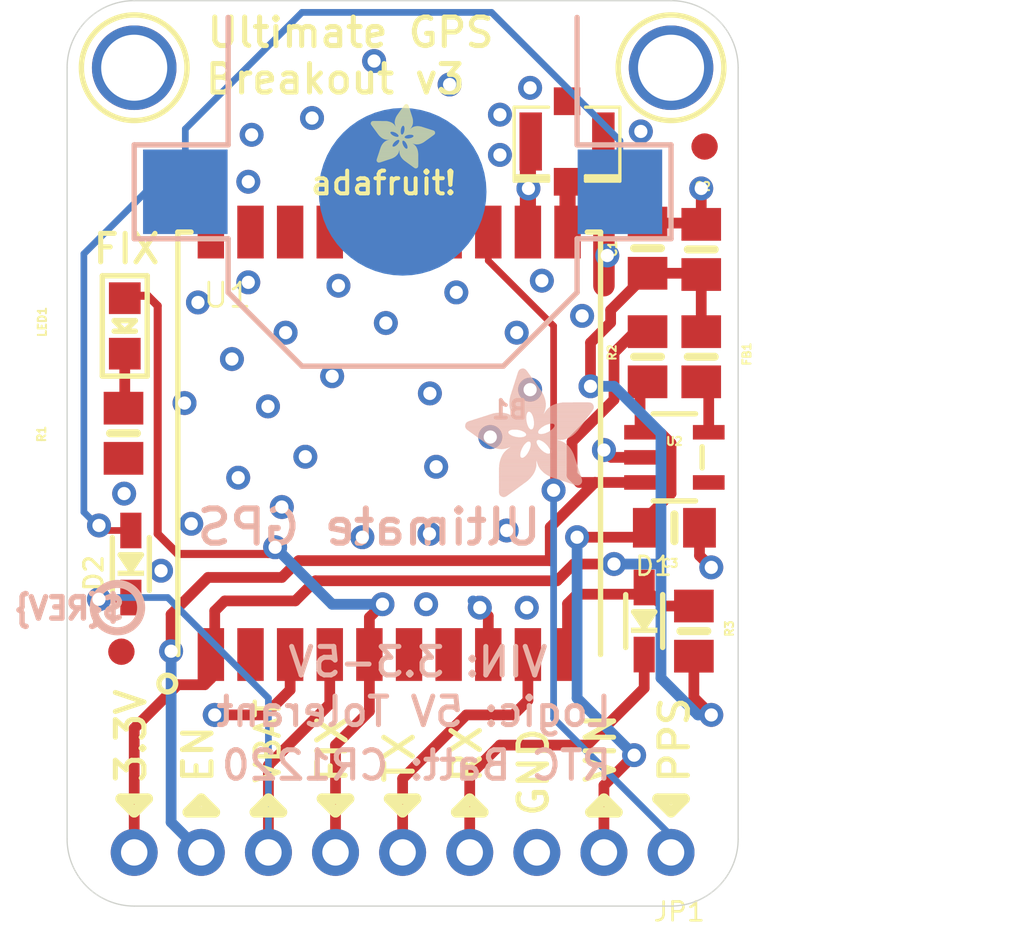
<source format=kicad_pcb>
(kicad_pcb (version 20221018) (generator pcbnew)
  (layers (0 "F.Cu" signal) (31 "B.Cu" signal) (34 "B.Paste" user) (35 "F.Paste" user) (36 "B.SilkS" user "B.Silkscreen") (37 "F.SilkS" user "F.Silkscreen") (38 "B.Mask" user) (39 "F.Mask" user) (44 "Edge.Cuts" user))
  (net 0 "")
  (net 1 "FIX")
  (net 2 "N$2")
  (net 3 "GND")
  (net 4 "3.3V")
  (net 5 "ENABLE")
  (net 6 "VIN")
  (net 7 "N$3")
  (net 8 "VBACKUP")
  (net 9 "TX")
  (net 10 "RX_3V")
  (net 11 "RX")
  (net 12 "N$4")
  (net 13 "1PPS")
  (net 14 "N$1")
  (footprint "CHIPLED_0805" (layer "F.Cu") (at 137.9841 100.1776 180)
    (fp_text reference "LED1" (at 3.302 0.762 90) (layer "F.SilkS") (effects (font (size 0.306426 0.306426) (thickness 0.099974)) (justify right top)))
    (fp_text value "RED")
    (pad "A" smd rect (at 0 1.05 180) (size 1.2 1.2) (layers "F.Cu" "F.Paste" "F.Mask") (net 1 "FIX"))
    (pad "C" smd rect (at 0 -1.05 180) (size 1.2 1.2) (layers "F.Cu" "F.Paste" "F.Mask") (net 2 "N$2"))
  )
  (footprint "U.FL" (layer "F.Cu") (at 154.7241 93.1926 -90)
    (fp_text reference "U$20" hide)
    (fp_text value "U.FL" hide)
    (pad "P$1" smd rect (at 0 -1.375 270) (size 2.2 0.85) (layers "F.Cu" "F.Paste" "F.Mask") (net 3 "GND"))
    (pad "P$2" smd rect (at 0 1.375 270) (size 2.2 0.85) (layers "F.Cu" "F.Paste" "F.Mask") (net 3 "GND"))
    (pad "P$3" smd rect (at 1.525 0 270) (size 1.05 1) (layers "F.Cu" "F.Paste" "F.Mask") (net 12 "N$4"))
    (pad "P$4" smd rect (at -1.525 0 270) (size 1.05 1) (layers "F.Cu" "F.Paste" "F.Mask"))
  )
  (footprint "FIDUCIAL_1MM" (layer "F.Cu") (at 137.8561 112.5151)
    (fp_text reference "FID2" hide)
    (fp_text value "FIDUCIAL\"\"" hide)
    (pad "1" smd roundrect (at 0 0) (size 1 1) (layers "F.Cu" "F.Mask") (roundrect_rratio 0.5))
  )
  (footprint "0805-NO" (layer "F.Cu") (at 159.8041 101.3446 90)
    (fp_text reference "FB1" (at -0.381 1.905 90) (layer "F.SilkS") (effects (font (size 0.306426 0.306426) (thickness 0.099974)) (justify left bottom)))
    (fp_text value "Ferrite")
    (pad "1" smd rect (at -0.95 0 90) (size 1.24 1.5) (layers "F.Cu" "F.Paste" "F.Mask") (net 7 "N$3"))
    (pad "2" smd rect (at 0.95 0 90) (size 1.24 1.5) (layers "F.Cu" "F.Paste" "F.Mask") (net 4 "3.3V"))
  )
  (footprint "SOD-323" (layer "F.Cu") (at 138.2141 109.1946 90)
    (fp_text reference "D2" (at -1.1 -1 90) (layer "F.SilkS") (effects (font (size 0.692831 0.692831) (thickness 0.119969)) (justify left bottom)))
    (fp_text value "CUS520")
    (pad "A" smd rect (at 1.27 0 90) (size 1.35 0.8) (layers "F.Cu" "F.Paste" "F.Mask") (net 14 "N$1"))
    (pad "C" smd rect (at -1.27 0 90) (size 1.35 0.8) (layers "F.Cu" "F.Paste" "F.Mask") (net 8 "VBACKUP"))
  )
  (footprint "ADAFRUIT_2.5MM" (layer "F.Cu") (at 147.2946 94.2086)
    (fp_text reference "U$15" hide)
    (fp_text value "" hide)
  )
  (footprint "0805-NO" (layer "F.Cu") (at 157.7721 101.3446 -90)
    (fp_text reference "R2" (at -0.508 1.524 90) (layer "F.SilkS") (effects (font (size 0.306426 0.306426) (thickness 0.099974)) (justify right top)))
    (fp_text value "10K")
    (pad "1" smd rect (at -0.95 0 270) (size 1.24 1.5) (layers "F.Cu" "F.Paste" "F.Mask") (net 5 "ENABLE"))
    (pad "2" smd rect (at 0.95 0 270) (size 1.24 1.5) (layers "F.Cu" "F.Paste" "F.Mask") (net 6 "VIN"))
  )
  (footprint "SOT23-5" (layer "F.Cu") (at 158.7881 105.1546 -90)
    (fp_text reference "U2" (at -0.786 -0.357) (layer "F.SilkS") (effects (font (size 0.306426 0.306426) (thickness 0.099974)) (justify right top)))
    (fp_text value "MIC5225-3.3")
    (pad "1" smd rect (at -0.95 1.3001 270) (size 0.55 1.2) (layers "F.Cu" "F.Paste" "F.Mask") (net 6 "VIN"))
    (pad "2" smd rect (at 0 1.3001 270) (size 0.55 1.2) (layers "F.Cu" "F.Paste" "F.Mask") (net 3 "GND"))
    (pad "3" smd rect (at 0.95 1.3001 270) (size 0.55 1.2) (layers "F.Cu" "F.Paste" "F.Mask") (net 5 "ENABLE"))
    (pad "4" smd rect (at 0.95 -1.3001 270) (size 0.55 1.2) (layers "F.Cu" "F.Paste" "F.Mask"))
    (pad "5" smd rect (at -0.95 -1.3001 270) (size 0.55 1.2) (layers "F.Cu" "F.Paste" "F.Mask") (net 7 "N$3"))
  )
  (footprint "0805-NO" (layer "F.Cu") (at 158.7881 107.8216)
    (fp_text reference "C3" (at -0.508 1.524) (layer "F.SilkS") (effects (font (size 0.306426 0.306426) (thickness 0.099974)) (justify left bottom)))
    (fp_text value "10uF")
    (pad "1" smd rect (at -0.95 0) (size 1.24 1.5) (layers "F.Cu" "F.Paste" "F.Mask") (net 6 "VIN"))
    (pad "2" smd rect (at 0.95 0) (size 1.24 1.5) (layers "F.Cu" "F.Paste" "F.Mask") (net 3 "GND"))
  )
  (footprint "FIDUCIAL_1MM" (layer "F.Cu") (at 159.9311 93.3831)
    (fp_text reference "FID1" hide)
    (fp_text value "FIDUCIAL\"\"" hide)
    (pad "1" smd roundrect (at 0 0) (size 1 1) (layers "F.Cu" "F.Mask") (roundrect_rratio 0.5))
  )
  (footprint "1X09_ROUND_70" (layer "F.Cu") (at 148.5011 120.1166 180)
    (fp_text reference "JP1" (at -11.5062 -1.8288) (layer "F.SilkS") (effects (font (size 0.712826 0.712826) (thickness 0.099974)) (justify right top)))
    (fp_text value "")
    (pad "1" thru_hole circle (at -10.16 0 270) (size 1.778 1.778) (drill 1) (layers "*.Cu" "*.Mask") (net 13 "1PPS"))
    (pad "2" thru_hole circle (at -7.62 0 270) (size 1.778 1.778) (drill 1) (layers "*.Cu" "*.Mask") (net 6 "VIN"))
    (pad "3" thru_hole circle (at -5.08 0 270) (size 1.778 1.778) (drill 1) (layers "*.Cu" "*.Mask") (net 3 "GND"))
    (pad "4" thru_hole circle (at -2.54 0 270) (size 1.778 1.778) (drill 1) (layers "*.Cu" "*.Mask") (net 11 "RX"))
    (pad "5" thru_hole circle (at 0 0 270) (size 1.778 1.778) (drill 1) (layers "*.Cu" "*.Mask") (net 9 "TX"))
    (pad "6" thru_hole circle (at 2.54 0 270) (size 1.778 1.778) (drill 1) (layers "*.Cu" "*.Mask") (net 1 "FIX"))
    (pad "7" thru_hole circle (at 5.08 0 270) (size 1.778 1.778) (drill 1) (layers "*.Cu" "*.Mask") (net 8 "VBACKUP"))
    (pad "8" thru_hole circle (at 7.62 0 270) (size 1.778 1.778) (drill 1) (layers "*.Cu" "*.Mask") (net 5 "ENABLE"))
    (pad "9" thru_hole circle (at 10.16 0 270) (size 1.778 1.778) (drill 1) (layers "*.Cu" "*.Mask") (net 4 "3.3V"))
  )
  (footprint "SOD-323" (layer "F.Cu") (at 157.6451 111.3536 90)
    (fp_text reference "D1" (at 1.662 -0.403) (layer "F.SilkS") (effects (font (size 0.712826 0.712826) (thickness 0.099974)) (justify left bottom)))
    (fp_text value "1N4148")
    (pad "A" smd rect (at 1.27 0 90) (size 1.35 0.8) (layers "F.Cu" "F.Paste" "F.Mask") (net 10 "RX_3V"))
    (pad "C" smd rect (at -1.27 0 90) (size 1.35 0.8) (layers "F.Cu" "F.Paste" "F.Mask") (net 11 "RX"))
  )
  (footprint "0805-NO" (layer "F.Cu") (at 159.5261 111.7346 90)
    (fp_text reference "R3" (at -0.254 1.524 90) (layer "F.SilkS") (effects (font (size 0.306426 0.306426) (thickness 0.099974)) (justify left bottom)))
    (fp_text value "10K")
    (pad "1" smd rect (at -0.95 0 90) (size 1.24 1.5) (layers "F.Cu" "F.Paste" "F.Mask") (net 4 "3.3V"))
    (pad "2" smd rect (at 0.95 0 90) (size 1.24 1.5) (layers "F.Cu" "F.Paste" "F.Mask") (net 10 "RX_3V"))
  )
  (footprint "FGPMMOPA6H" (layer "F.Cu") (at 147.9931 104.6226 90)
    (fp_text reference "U1" (at 5.071 -7.111) (layer "F.SilkS") (effects (font (size 0.916026 0.916026) (thickness 0.099974)) (justify left bottom)))
    (fp_text value "FGPMMOPA6H")
    (pad "" np_thru_hole circle (at 0.2 -0.8 90) (size 3 3) (drill 3) (layers "*.Cu" "*.Mask"))
    (pad "P$1" smd rect (at -8 -6.75 90) (size 2 1) (layers "F.Cu" "F.Paste" "F.Mask") (net 4 "3.3V"))
    (pad "P$2" smd rect (at -8 -5.25 90) (size 2 1) (layers "F.Cu" "F.Paste" "F.Mask"))
    (pad "P$3" smd rect (at -8 -3.75 90) (size 2 1) (layers "F.Cu" "F.Paste" "F.Mask") (net 3 "GND"))
    (pad "P$4" smd rect (at -8 -2.25 90) (size 2 1) (layers "F.Cu" "F.Paste" "F.Mask") (net 8 "VBACKUP"))
    (pad "P$5" smd rect (at -8 -0.75 90) (size 2 1) (layers "F.Cu" "F.Paste" "F.Mask") (net 1 "FIX"))
    (pad "P$6" smd rect (at -8 0.75 90) (size 2 1) (layers "F.Cu" "F.Paste" "F.Mask"))
    (pad "P$7" smd rect (at -8 2.25 90) (size 2 1) (layers "F.Cu" "F.Paste" "F.Mask"))
    (pad "P$8" smd rect (at -8 3.75 90) (size 2 1) (layers "F.Cu" "F.Paste" "F.Mask") (net 3 "GND"))
    (pad "P$9" smd rect (at -8 5.25 90) (size 2 1) (layers "F.Cu" "F.Paste" "F.Mask") (net 9 "TX"))
    (pad "P$10" smd rect (at -8 6.75 90) (size 2 1) (layers "F.Cu" "F.Paste" "F.Mask") (net 10 "RX_3V"))
    (pad "P$11" smd rect (at 8 6.75 270) (size 2 1) (layers "F.Cu" "F.Paste" "F.Mask") (net 12 "N$4"))
    (pad "P$12" smd rect (at 8 5.25 270) (size 2 1) (layers "F.Cu" "F.Paste" "F.Mask") (net 3 "GND"))
    (pad "P$13" smd rect (at 8 3.75 270) (size 2 1) (layers "F.Cu" "F.Paste" "F.Mask") (net 13 "1PPS"))
    (pad "P$14" smd rect (at 8 2.25 270) (size 2 1) (layers "F.Cu" "F.Paste" "F.Mask"))
    (pad "P$15" smd rect (at 8 0.75 270) (size 2 1) (layers "F.Cu" "F.Paste" "F.Mask"))
    (pad "P$16" smd rect (at 8 -0.75 270) (size 2 1) (layers "F.Cu" "F.Paste" "F.Mask"))
    (pad "P$17" smd rect (at 8 -2.25 270) (size 2 1) (layers "F.Cu" "F.Paste" "F.Mask"))
    (pad "P$18" smd rect (at 8 -3.75 270) (size 2 1) (layers "F.Cu" "F.Paste" "F.Mask"))
    (pad "P$19" smd rect (at 8 -5.25 270) (size 2 1) (layers "F.Cu" "F.Paste" "F.Mask") (net 3 "GND"))
    (pad "P$20" smd rect (at 8 -6.75 270) (size 2 1) (layers "F.Cu" "F.Paste" "F.Mask"))
  )
  (footprint "MOUNTINGHOLE_2.5_PLATED" (layer "F.Cu") (at 158.6611 90.3986)
    (fp_text reference "U$9" hide)
    (fp_text value "MOUNTINGHOLE2.5" hide)
    (pad "P$1" thru_hole circle (at 0 0) (size 3.2 3.2) (drill 2.5) (layers "*.Cu" "*.Mask"))
  )
  (footprint "0805-NO" (layer "F.Cu") (at 137.9361 104.2416 90)
    (fp_text reference "R1" (at -0.381 -2.921 90) (layer "F.SilkS") (effects (font (size 0.306426 0.306426) (thickness 0.099974)) (justify left bottom)))
    (fp_text value "1K")
    (pad "1" smd rect (at -0.95 0 90) (size 1.24 1.5) (layers "F.Cu" "F.Paste" "F.Mask") (net 3 "GND"))
    (pad "2" smd rect (at 0.95 0 90) (size 1.24 1.5) (layers "F.Cu" "F.Paste" "F.Mask") (net 2 "N$2"))
  )
  (footprint "0805-NO" (layer "F.Cu") (at 159.8041 97.2806 90)
    (fp_text reference "C2" (at 2.564 0.405) (layer "F.SilkS") (effects (font (size 0.306426 0.306426) (thickness 0.099974)) (justify right top)))
    (fp_text value "10uF")
    (pad "1" smd rect (at -0.95 0 90) (size 1.24 1.5) (layers "F.Cu" "F.Paste" "F.Mask") (net 4 "3.3V"))
    (pad "2" smd rect (at 0.95 0 90) (size 1.24 1.5) (layers "F.Cu" "F.Paste" "F.Mask") (net 3 "GND"))
  )
  (footprint "0805-NO" (layer "F.Cu") (at 157.7721 97.2326 90)
    (fp_text reference "C1" (at -0.381 -1.143 90) (layer "F.SilkS") (effects (font (size 0.306426 0.306426) (thickness 0.099974)) (justify left bottom)))
    (fp_text value "0.1uF")
    (pad "1" smd rect (at -0.95 0 90) (size 1.24 1.5) (layers "F.Cu" "F.Paste" "F.Mask") (net 4 "3.3V"))
    (pad "2" smd rect (at 0.95 0 90) (size 1.24 1.5) (layers "F.Cu" "F.Paste" "F.Mask") (net 3 "GND"))
  )
  (footprint "MOUNTINGHOLE_2.5_PLATED" (layer "F.Cu") (at 138.3411 90.3986)
    (fp_text reference "U$8" hide)
    (fp_text value "MOUNTINGHOLE2.5" hide)
    (pad "P$1" thru_hole circle (at 0 0) (size 3.2 3.2) (drill 2.5) (layers "*.Cu" "*.Mask"))
  )
  (footprint "CR1220" (layer "B.Cu") (at 148.5011 95.0976 180)
    (fp_text reference "B1" (at -3.302 -7.86) (layer "B.SilkS") (effects (font (size 0.666496 0.666496) (thickness 0.146304)) (justify right top mirror)))
    (fp_text value "CR1220")
    (pad "+$1" smd rect (at -8.2254 0 180) (size 3.2 3.2) (layers "B.Cu" "B.Paste" "B.Mask") (net 14 "N$1"))
    (pad "+$2" smd rect (at 8.2254 0 180) (size 3.2 3.2) (layers "B.Cu" "B.Paste" "B.Mask") (net 14 "N$1"))
    (pad "-" smd roundrect (at 0 0 180) (size 6.35 6.35) (layers "B.Cu" "B.Mask") (roundrect_rratio 0.5) (net 3 "GND"))
  )
  (footprint "ADAFRUIT_5MM" (layer "B.Cu") (at 155.7401 106.6546 180)
    (fp_text reference "U$18" hide)
    (fp_text value "" hide)
  )
  (footprint "PCBFEAT-REV-040" (layer "B.Cu") (at 137.7061 110.8456 180)
    (fp_text reference "U$16" hide)
    (fp_text value "" hide)
    (fp_text user "${REV}" (at -0.3556 -0.508) (layer "B.SilkS") (effects (font (size 0.8128 0.8128) (thickness 0.2032)) (justify left bottom mirror)))
  )
  (gr_line (start 149.0091 118.0846) (end 147.9931 118.0846) (stroke (width 0.4064)) (layer "F.SilkS"))
  (gr_line (start 138.8491 118.0846) (end 137.8331 118.0846) (stroke (width 0.4064)) (layer "F.SilkS"))
  (gr_line (start 146.4691 118.0846) (end 145.4531 118.0846) (stroke (width 0.4064)) (layer "F.SilkS"))
  (gr_line (start 155.6131 118.5926) (end 156.6291 118.5926) (stroke (width 0.4064)) (layer "F.SilkS"))
  (gr_line (start 156.6291 118.5926) (end 156.1211 118.0846) (stroke (width 0.4064)) (layer "F.SilkS"))
  (gr_line (start 140.3731 118.5926) (end 141.3891 118.5926) (stroke (width 0.4064)) (layer "F.SilkS"))
  (gr_line (start 150.5331 118.5926) (end 151.5491 118.5926) (stroke (width 0.4064)) (layer "F.SilkS"))
  (gr_line (start 143.9291 118.5926) (end 143.4211 118.0846) (stroke (width 0.4064)) (layer "F.SilkS"))
  (gr_line (start 140.8811 118.0846) (end 140.3731 118.5926) (stroke (width 0.4064)) (layer "F.SilkS"))
  (gr_line (start 142.9131 118.5926) (end 143.9291 118.5926) (stroke (width 0.4064)) (layer "F.SilkS"))
  (gr_line (start 158.6611 118.5926) (end 159.1691 118.0846) (stroke (width 0.4064)) (layer "F.SilkS"))
  (gr_line (start 159.1691 118.0846) (end 158.1531 118.0846) (stroke (width 0.4064)) (layer "F.SilkS"))
  (gr_line (start 158.1531 118.0846) (end 158.6611 118.5926) (stroke (width 0.4064)) (layer "F.SilkS"))
  (gr_line (start 145.9611 118.5926) (end 146.4691 118.0846) (stroke (width 0.4064)) (layer "F.SilkS"))
  (gr_line (start 145.4531 118.0846) (end 145.9611 118.5926) (stroke (width 0.4064)) (layer "F.SilkS"))
  (gr_line (start 148.5011 118.5926) (end 149.0091 118.0846) (stroke (width 0.4064)) (layer "F.SilkS"))
  (gr_line (start 151.0411 118.0846) (end 150.5331 118.5926) (stroke (width 0.4064)) (layer "F.SilkS"))
  (gr_line (start 137.8331 118.0846) (end 138.3411 118.5926) (stroke (width 0.4064)) (layer "F.SilkS"))
  (gr_line (start 143.4211 118.0846) (end 142.9131 118.5926) (stroke (width 0.4064)) (layer "F.SilkS"))
  (gr_line (start 151.5491 118.5926) (end 151.0411 118.0846) (stroke (width 0.4064)) (layer "F.SilkS"))
  (gr_line (start 156.1211 118.0846) (end 155.6131 118.5926) (stroke (width 0.4064)) (layer "F.SilkS"))
  (gr_line (start 147.9931 118.0846) (end 148.5011 118.5926) (stroke (width 0.4064)) (layer "F.SilkS"))
  (gr_line (start 138.3411 118.5926) (end 138.8491 118.0846) (stroke (width 0.4064)) (layer "F.SilkS"))
  (gr_line (start 141.3891 118.5926) (end 140.8811 118.0846) (stroke (width 0.4064)) (layer "F.SilkS"))
  (gr_line (start 161.2011 90.3986) (end 161.2011 119.6086) (stroke (width 0.05)) (layer "Edge.Cuts"))
  (gr_arc (start 158.6611 87.8586) (mid 160.457151 88.602549) (end 161.2011 90.3986) (stroke (width 0.05)) (layer "Edge.Cuts"))
  (gr_arc (start 138.3411 122.1486) (mid 136.545049 121.404651) (end 135.8011 119.6086) (stroke (width 0.05)) (layer "Edge.Cuts"))
  (gr_arc (start 135.8011 90.3986) (mid 136.545049 88.602549) (end 138.3411 87.8586) (stroke (width 0.05)) (layer "Edge.Cuts"))
  (gr_line (start 138.3411 87.8586) (end 158.6611 87.8586) (stroke (width 0.05)) (layer "Edge.Cuts"))
  (gr_line (start 158.6611 122.1486) (end 138.3411 122.1486) (stroke (width 0.05)) (layer "Edge.Cuts"))
  (gr_line (start 135.8011 119.6086) (end 135.8011 90.3986) (stroke (width 0.05)) (layer "Edge.Cuts"))
  (gr_arc (start 161.2011 119.6086) (mid 160.457151 121.404651) (end 158.6611 122.1486) (stroke (width 0.05)) (layer "Edge.Cuts"))
  (gr_text "Logic: 5V Tolerant" (at 156.5021 115.4176) (layer "B.SilkS") (effects (font (size 1.0795 1.0795) (thickness 0.1905)) (justify left bottom mirror)))
  (gr_text "VIN: 3.3-5V" (at 154.0891 113.5366) (layer "B.SilkS") (effects (font (size 1.0795 1.0795) (thickness 0.1905)) (justify left bottom mirror)))
  (gr_text "RTC Batt: CR1220" (at 156.5021 117.4496) (layer "B.SilkS") (effects (font (size 1.0795 1.0795) (thickness 0.1905)) (justify left bottom mirror)))
  (gr_text "Ultimate GPS" (at 147.2311 107.7976) (layer "B.SilkS") (effects (font (size 1.2954 1.2954) (thickness 0.2286)) (justify mirror)))
  (gr_text "VBAT" (at 143.9291 117.5766 90) (layer "F.SilkS") (effects (font (size 0.90678 0.90678) (thickness 0.16002)) (justify left bottom)))
  (gr_text "Breakout v3" (at 140.9446 91.4621) (layer "F.SilkS") (effects (font (size 1.0795 1.0795) (thickness 0.1905)) (justify left bottom)))
  (gr_text "VIN" (at 156.6291 117.5766 90) (layer "F.SilkS") (effects (font (size 1.0795 1.0795) (thickness 0.1905)) (justify left bottom)))
  (gr_text "adafruit!" (at 144.9451 95.2721) (layer "F.SilkS") (effects (font (size 0.8636 0.8636) (thickness 0.1524)) (justify left bottom)))
  (gr_text "3.3V" (at 138.8491 117.5766 90) (layer "F.SilkS") (effects (font (size 1.0795 1.0795) (thickness 0.1905)) (justify left bottom)))
  (gr_text "GND" (at 154.0891 118.8466 90) (layer "F.SilkS") (effects (font (size 1.0795 1.0795) (thickness 0.1905)) (justify left bottom)))
  (gr_text "PPS" (at 159.4231 117.5766 90) (layer "F.SilkS") (effects (font (size 1.0795 1.0795) (thickness 0.1905)) (justify left bottom)))
  (gr_text "EN" (at 141.3891 117.5766 90) (layer "F.SilkS") (effects (font (size 1.0795 1.0795) (thickness 0.1905)) (justify left bottom)))
  (gr_text "Ultimate GPS" (at 141.0081 89.7001) (layer "F.SilkS") (effects (font (size 1.0795 1.0795) (thickness 0.1905)) (justify left bottom)))
  (gr_text "FIX" (at 136.6901 97.8916) (layer "F.SilkS") (effects (font (size 1.0795 1.0795) (thickness 0.1905)) (justify left bottom)))
  (gr_text "RX" (at 151.5491 117.5766 90) (layer "F.SilkS") (effects (font (size 1.0795 1.0795) (thickness 0.1905)) (justify left bottom)))
  (gr_text "TX" (at 149.0091 117.5766 90) (layer "F.SilkS") (effects (font (size 1.0795 1.0795) (thickness 0.1905)) (justify left bottom)))
  (gr_text "FIX" (at 146.4691 117.5766 90) (layer "F.SilkS") (effects (font (size 1.0795 1.0795) (thickness 0.1905)) (justify left bottom)))
  (segment (start 147.2431 114.7706) (end 147.2431 112.6226) (width 0.4064) (layer "F.Cu") (net 1))
  (segment (start 147.2431 112.6226) (end 147.2431 111.2146) (width 0.4064) (layer "F.Cu") (net 1))
  (segment (start 145.9611 120.1166) (end 145.9611 116.0526) (width 0.4064) (layer "F.Cu") (net 1))
  (segment (start 138.0771 99.0346) (end 138.8491 99.0346) (width 0.3048) (layer "F.Cu") (net 1))
  (segment (start 139.9921 108.8136) (end 143.4211 108.8136) (width 0.3048) (layer "F.Cu") (net 1))
  (segment (start 139.2301 108.0516) (end 139.9921 108.8136) (width 0.3048) (layer "F.Cu") (net 1))
  (segment (start 145.9611 116.0526) (end 147.2431 114.7706) (width 0.4064) (layer "F.Cu") (net 1))
  (segment (start 143.4211 108.8136) (end 143.6751 108.5596) (width 0.3048) (layer "F.Cu") (net 1))
  (segment (start 138.8491 99.0346) (end 139.2301 99.4156) (width 0.3048) (layer "F.Cu") (net 1))
  (segment (start 138.0771 99.0346) (end 137.9841 99.1276) (width 0.4064) (layer "F.Cu") (net 1))
  (segment (start 147.2431 111.2146) (end 147.7391 110.7186) (width 0.4064) (layer "F.Cu") (net 1))
  (segment (start 139.2301 99.4156) (end 139.2301 108.0516) (width 0.3048) (layer "F.Cu") (net 1))
  (via (at 143.6751 108.5596) (size 0.9064) (drill 0.5) (layers "F.Cu" "B.Cu") (net 1))
  (via (at 147.7391 110.7186) (size 0.9064) (drill 0.5) (layers "F.Cu" "B.Cu") (net 1))
  (segment (start 145.8341 110.7186) (end 147.7391 110.7186) (width 0.4064) (layer "B.Cu") (net 1))
  (segment (start 143.6751 108.5596) (end 145.8341 110.7186) (width 0.4064) (layer "B.Cu") (net 1))
  (segment (start 137.9361 103.2916) (end 137.9841 103.2436) (width 0.4064) (layer "F.Cu") (net 2))
  (segment (start 137.9841 103.2436) (end 137.9841 101.2276) (width 0.4064) (layer "F.Cu") (net 2))
  (segment (start 141.3891 114.9096) (end 143.2941 114.9096) (width 0.4064) (layer "F.Cu") (net 3))
  (segment (start 157.7721 96.2826) (end 159.7561 96.2826) (width 0.4064) (layer "F.Cu") (net 3))
  (segment (start 156.0991 93.1926) (end 156.0991 96.2826) (width 0.8128) (layer "F.Cu") (net 3))
  (segment (start 153.3491 93.1926) (end 153.3271 93.1926) (width 0.4064) (layer "F.Cu") (net 3))
  (segment (start 156.0991 96.2826) (end 156.1211 96.2826) (width 0.8128) (layer "F.Cu") (net 3))
  (segment (start 156.1211 98.6536) (end 156.1211 96.2826) (width 0.8128) (layer "F.Cu") (net 3))
  (segment (start 143.2941 114.9096) (end 144.2431 113.9606) (width 0.4064) (layer "F.Cu") (net 3))
  (segment (start 153.2431 93.2766) (end 153.3271 93.1926) (width 0.6096) (layer "F.Cu") (net 3))
  (segment (start 160.1851 109.3216) (end 159.7381 108.8746) (width 0.4064) (layer "F.Cu") (net 3))
  (segment (start 156.1211 104.8766) (end 156.3991 105.1546) (width 0.4064) (layer "F.Cu") (net 3))
  (segment (start 151.7431 111.1666) (end 151.4221 110.8456) (width 0.4064) (layer "F.Cu") (net 3))
  (segment (start 153.2431 96.6226) (end 153.2431 93.2766) (width 0.6096) (layer "F.Cu") (net 3))
  (segment (start 156.3991 105.1546) (end 157.488 105.1546) (width 0.4064) (layer "F.Cu") (net 3))
  (segment (start 153.3271 93.5956) (end 153.3271 93.6786) (width 0.4064) (layer "F.Cu") (net 3))
  (segment (start 159.7381 108.8746) (end 159.7381 107.8216) (width 0.4064) (layer "F.Cu") (net 3))
  (segment (start 151.7431 112.6226) (end 151.7431 111.1666) (width 0.4064) (layer "F.Cu") (net 3))
  (segment (start 144.2431 113.9606) (end 144.2431 112.6226) (width 0.4064) (layer "F.Cu") (net 3))
  (segment (start 159.7561 96.2826) (end 159.8041 96.3306) (width 0.4064) (layer "F.Cu") (net 3))
  (segment (start 159.8041 96.3306) (end 159.8041 94.9706) (width 0.4064) (layer "F.Cu") (net 3))
  (segment (start 156.1211 96.2826) (end 157.7721 96.2826) (width 0.8128) (layer "F.Cu") (net 3))
  (segment (start 153.3271 93.1926) (end 153.3271 93.5956) (width 0.6096) (layer "F.Cu") (net 3))
  (via (at 153.3271 102.5906) (size 0.9064) (drill 0.5) (layers "F.Cu" "B.Cu") (net 3))
  (via (at 137.9601 106.5276) (size 0.9064) (drill 0.5) (layers "F.Cu" "B.Cu") (net 3))
  (via (at 140.5001 107.6706) (size 0.9064) (drill 0.5) (layers "F.Cu" "B.Cu") (net 3))
  (via (at 156.1211 104.8766) (size 0.9064) (drill 0.5) (layers "F.Cu" "B.Cu") (net 3))
  (via (at 140.2461 103.0986) (size 0.9064) (drill 0.5) (layers "F.Cu" "B.Cu") (net 3))
  (via (at 152.1841 93.7006) (size 0.9064) (drill 0.5) (layers "F.Cu" "B.Cu") (net 3))
  (via (at 156.2481 97.5106) (size 0.9064) (drill 0.5) (layers "F.Cu" "B.Cu") (net 3))
  (via (at 145.0721 92.3036) (size 0.9064) (drill 0.5) (layers "F.Cu" "B.Cu") (net 3))
  (via (at 153.7716 98.4631) (size 0.9064) (drill 0.5) (layers "F.Cu" "B.Cu") (net 3))
  (via (at 150.5331 98.9076) (size 0.9064) (drill 0.5) (layers "F.Cu" "B.Cu") (net 3))
  (via (at 146.0721 98.6536) (size 0.9064) (drill 0.5) (layers "F.Cu" "B.Cu") (net 3))
  (via (at 142.6591 98.5266) (size 0.9064) (drill 0.5) (layers "F.Cu" "B.Cu") (net 3))
  (via (at 146.9771 108.1786) (size 0.9064) (drill 0.5) (layers "F.Cu" "B.Cu") (net 3))
  (via (at 143.4051 103.2256) (size 0.9064) (drill 0.5) (layers "F.Cu" "B.Cu") (net 3))
  (via (at 139.3571 109.4486) (size 0.9064) (drill 0.5) (layers "F.Cu" "B.Cu") (net 3))
  (via (at 144.0721 100.4316) (size 0.9064) (drill 0.5) (layers "F.Cu" "B.Cu") (net 3))
  (via (at 142.6591 94.7166) (size 0.9064) (drill 0.5) (layers "F.Cu" "B.Cu") (net 3))
  (via (at 140.7541 99.2886) (size 0.9064) (drill 0.5) (layers "F.Cu" "B.Cu") (net 3))
  (via (at 152.4381 107.9246) (size 0.9064) (drill 0.5) (layers "F.Cu" "B.Cu") (net 3))
  (via (at 159.8041 94.9706) (size 0.9064) (drill 0.5) (layers "F.Cu" "B.Cu") (net 3))
  (via (at 149.5331 102.7336) (size 0.9064) (drill 0.5) (layers "F.Cu" "B.Cu") (net 3))
  (via (at 153.3271 91.1606) (size 0.9064) (drill 0.5) (layers "F.Cu" "B.Cu") (net 3))
  (via (at 142.0401 101.4316) (size 0.9064) (drill 0.5) (layers "F.Cu" "B.Cu") (net 3))
  (via (at 155.2956 99.7966) (size 0.9064) (drill 0.5) (layers "F.Cu" "B.Cu") (net 3))
  (via (at 149.5171 108.0516) (size 0.9064) (drill 0.5) (layers "F.Cu" "B.Cu") (net 3))
  (via (at 152.8191 100.4316) (size 0.9064) (drill 0.5) (layers "F.Cu" "B.Cu") (net 3))
  (via (at 150.2791 91.0336) (size 0.9064) (drill 0.5) (layers "F.Cu" "B.Cu") (net 3))
  (via (at 145.8341 102.0826) (size 0.9064) (drill 0.5) (layers "F.Cu" "B.Cu") (net 3))
  (via (at 160.1851 109.3216) (size 0.9064) (drill 0.5) (layers "F.Cu" "B.Cu") (net 3))
  (via (at 142.2781 105.9246) (size 0.9064) (drill 0.5) (layers "F.Cu" "B.Cu") (net 3))
  (via (at 149.7711 105.5116) (size 0.9064) (drill 0.5) (layers "F.Cu" "B.Cu") (net 3))
  (via (at 141.3891 114.9096) (size 0.9064) (drill 0.5) (layers "F.Cu" "B.Cu") (net 3))
  (via (at 152.1841 92.1766) (size 0.9064) (drill 0.5) (layers "F.Cu" "B.Cu") (net 3))
  (via (at 157.5181 92.8116) (size 0.9064) (drill 0.5) (layers "F.Cu" "B.Cu") (net 3))
  (via (at 142.7861 92.9386) (size 0.9064) (drill 0.5) (layers "F.Cu" "B.Cu") (net 3))
  (via (at 143.9291 107.0356) (size 0.9064) (drill 0.5) (layers "F.Cu" "B.Cu") (net 3))
  (via (at 153.2001 110.8456) (size 0.9064) (drill 0.5) (layers "F.Cu" "B.Cu") (net 3))
  (via (at 147.8661 100.0666) (size 0.9064) (drill 0.5) (layers "F.Cu" "B.Cu") (net 3))
  (via (at 149.3901 110.7186) (size 0.9064) (drill 0.5) (layers "F.Cu" "B.Cu") (net 3))
  (via (at 151.4221 110.8456) (size 0.9064) (drill 0.5) (layers "F.Cu" "B.Cu") (net 3))
  (via (at 153.2636 94.9706) (size 0.9064) (drill 0.5) (layers "F.Cu" "B.Cu") (net 3))
  (via (at 151.8191 104.3846) (size 0.9064) (drill 0.5) (layers "F.Cu" "B.Cu") (net 3))
  (via (at 147.4216 90.1446) (size 0.9064) (drill 0.5) (layers "F.Cu" "B.Cu") (net 3))
  (via (at 144.8181 105.1306) (size 0.9064) (drill 0.5) (layers "F.Cu" "B.Cu") (net 3))
  (segment (start 141.3891 114.9096) (end 141.3891 115.1636) (width 0.4064) (layer "B.Cu") (net 3))
  (segment (start 159.8041 94.9706) (end 159.8041 94.8436) (width 0.4064) (layer "B.Cu") (net 3))
  (segment (start 151.4221 110.8456) (end 151.1681 110.5916) (width 0.4064) (layer "B.Cu") (net 3))
  (segment (start 160.1851 109.3216) (end 160.3121 109.3216) (width 0.4064) (layer "B.Cu") (net 3))
  (segment (start 159.5261 112.6846) (end 159.5261 114.2506) (width 0.4064) (layer "F.Cu") (net 4))
  (segment (start 141.0081 113.7666) (end 141.2431 113.5316) (width 0.4064) (layer "F.Cu") (net 4))
  (segment (start 157.7721 98.1826) (end 159.7561 98.1826) (width 0.4064) (layer "F.Cu") (net 4))
  (segment (start 159.5261 114.2506) (end 160.1851 114.9096) (width 0.4064) (layer "F.Cu") (net 4))
  (segment (start 156.3751 100.0506) (end 156.3751 99.5796) (width 0.4064) (layer "F.Cu") (net 4))
  (segment (start 154.9781 109.1946) (end 154.3431 109.8296) (width 0.4064) (layer "F.Cu") (net 4))
  (segment (start 159.8041 98.2306) (end 159.8041 100.3946) (width 0.4064) (layer "F.Cu") (net 4))
  (segment (start 144.4371 110.5916) (end 141.7701 110.5916) (width 0.4064) (layer "F.Cu") (net 4))
  (segment (start 154.3431 109.8296) (end 145.1991 109.8296) (width 0.4064) (layer "F.Cu") (net 4))
  (segment (start 141.7701 110.5916) (end 141.3891 110.9726) (width 0.4064) (layer "F.Cu") (net 4))
  (segment (start 138.3411 115.4176) (end 138.3411 120.1166) (width 0.4064) (layer "F.Cu") (net 4))
  (segment (start 155.6131 100.8126) (end 156.3751 100.0506) (width 0.4064) (layer "F.Cu") (net 4))
  (segment (start 145.1991 109.8296) (end 144.4371 110.5916) (width 0.4064) (layer "F.Cu") (net 4))
  (segment (start 159.7561 98.1826) (end 159.8041 98.2306) (width 0.4064) (layer "F.Cu") (net 4))
  (segment (start 141.2431 113.5316) (end 141.2431 112.6226) (width 0.4064) (layer "F.Cu") (net 4))
  (segment (start 154.9781 109.1946) (end 156.5021 109.1946) (width 0.4064) (layer "F.Cu") (net 4))
  (segment (start 141.3891 110.9726) (end 141.3891 112.4766) (width 0.4064) (layer "F.Cu") (net 4))
  (segment (start 155.6131 102.4636) (end 155.6131 100.8126) (width 0.4064) (layer "F.Cu") (net 4))
  (segment (start 139.9921 113.7666) (end 138.3411 115.4176) (width 0.4064) (layer "F.Cu") (net 4))
  (segment (start 156.3751 99.5796) (end 157.7721 98.1826) (width 0.4064) (layer "F.Cu") (net 4))
  (segment (start 141.0081 113.7666) (end 139.9921 113.7666) (width 0.4064) (layer "F.Cu") (net 4))
  (segment (start 141.3891 112.4766) (end 141.2431 112.6226) (width 0.4064) (layer "F.Cu") (net 4))
  (via (at 155.6131 102.4636) (size 0.9064) (drill 0.5) (layers "F.Cu" "B.Cu") (net 4))
  (via (at 160.1851 114.9096) (size 0.9064) (drill 0.5) (layers "F.Cu" "B.Cu") (net 4))
  (via (at 156.5021 109.1946) (size 0.9064) (drill 0.5) (layers "F.Cu" "B.Cu") (net 4))
  (segment (start 158.2801 109.1946) (end 158.2801 104.2416) (width 0.4064) (layer "B.Cu") (net 4))
  (segment (start 158.2801 104.2416) (end 156.5021 102.4636) (width 0.4064) (layer "B.Cu") (net 4))
  (segment (start 159.6771 114.9096) (end 158.2801 113.5126) (width 0.4064) (layer "B.Cu") (net 4))
  (segment (start 156.5021 102.4636) (end 155.6131 102.4636) (width 0.4064) (layer "B.Cu") (net 4))
  (segment (start 156.5021 109.1946) (end 158.2801 109.1946) (width 0.4064) (layer "B.Cu") (net 4))
  (segment (start 160.1851 114.9096) (end 159.6771 114.9096) (width 0.4064) (layer "B.Cu") (net 4))
  (segment (start 158.2801 113.5126) (end 158.2801 109.1946) (width 0.4064) (layer "B.Cu") (net 4))
  (segment (start 139.7381 112.4966) (end 139.7381 111.0996) (width 0.4064) (layer "F.Cu") (net 5))
  (segment (start 139.7381 111.0996) (end 141.1351 109.7026) (width 0.4064) (layer "F.Cu") (net 5))
  (segment (start 154.9146 104.5591) (end 154.9146 105.8291) (width 0.4064) (layer "F.Cu") (net 5))
  (segment (start 155.7821 106.1046) (end 155.9941 106.1046) (width 0.4064) (layer "F.Cu") (net 5))
  (segment (start 155.1901 106.1046) (end 154.9146 105.8291) (width 0.4064) (layer "F.Cu") (net 5))
  (segment (start 154.0891 109.0676) (end 154.0891 107.7976) (width 0.4064) (layer "F.Cu") (net 5))
  (segment (start 141.1351 109.7026) (end 143.9291 109.7026) (width 0.4064) (layer "F.Cu") (net 5))
  (segment (start 157.488 106.1046) (end 155.9941 106.1046) (width 0.4064) (layer "F.Cu") (net 5))
  (segment (start 143.9291 109.7026) (end 144.5641 109.0676) (width 0.4064) (layer "F.Cu") (net 5))
  (segment (start 156.5021 101.1936) (end 157.2641 100.4316) (width 0.4064) (layer "F.Cu") (net 5))
  (segment (start 157.2641 100.4316) (end 157.7351 100.4316) (width 0.4064) (layer "F.Cu") (net 5))
  (segment (start 157.7351 100.4316) (end 157.7721 100.3946) (width 0.4064) (layer "F.Cu") (net 5))
  (segment (start 155.7821 106.1046) (end 155.1901 106.1046) (width 0.4064) (layer "F.Cu") (net 5))
  (segment (start 154.0891 107.7976) (end 155.7821 106.1046) (width 0.4064) (layer "F.Cu") (net 5))
  (segment (start 156.5021 102.9716) (end 156.5021 101.1936) (width 0.4064) (layer "F.Cu") (net 5))
  (segment (start 144.5641 109.0676) (end 154.0891 109.0676) (width 0.4064) (layer "F.Cu") (net 5))
  (segment (start 156.5021 102.9716) (end 154.9146 104.5591) (width 0.4064) (layer "F.Cu") (net 5))
  (via (at 139.7381 112.4966) (size 0.9064) (drill 0.5) (layers "F.Cu" "B.Cu") (net 5))
  (segment (start 139.7381 118.9736) (end 139.7381 112.4966) (width 0.4064) (layer "B.Cu") (net 5))
  (segment (start 140.8811 120.1166) (end 139.7381 118.9736) (width 0.4064) (layer "B.Cu") (net 5))
  (segment (start 157.8381 107.8216) (end 157.8381 107.3506) (width 0.4064) (layer "F.Cu") (net 6))
  (segment (start 156.1211 120.1166) (end 156.1211 117.5766) (width 0.4064) (layer "F.Cu") (net 6))
  (segment (start 157.488 104.2046) (end 157.488 102.5787) (width 0.4064) (layer "F.Cu") (net 6))
  (segment (start 157.488 102.5787) (end 157.7721 102.2946) (width 0.4064) (layer "F.Cu") (net 6))
  (segment (start 157.8381 107.8216) (end 157.4811 108.1786) (width 0.4064) (layer "F.Cu") (net 6))
  (segment (start 158.6611 106.5276) (end 158.6611 104.6226) (width 0.4064) (layer "F.Cu") (net 6))
  (segment (start 158.6611 104.6226) (end 158.2801 104.2416) (width 0.4064) (layer "F.Cu") (net 6))
  (segment (start 158.2801 104.2416) (end 157.525 104.2416) (width 0.4064) (layer "F.Cu") (net 6))
  (segment (start 157.525 104.2416) (end 157.488 104.2046) (width 0.4064) (layer "F.Cu") (net 6))
  (segment (start 157.8381 107.3506) (end 158.6611 106.5276) (width 0.4064) (layer "F.Cu") (net 6))
  (segment (start 157.4811 108.1786) (end 155.1051 108.1786) (width 0.4064) (layer "F.Cu") (net 6))
  (segment (start 156.1211 117.5766) (end 157.2641 116.4336) (width 0.4064) (layer "F.Cu") (net 6))
  (via (at 155.1051 108.1786) (size 0.9064) (drill 0.5) (layers "F.Cu" "B.Cu") (net 6))
  (via (at 157.2641 116.4336) (size 0.9064) (drill 0.5) (layers "F.Cu" "B.Cu") (net 6))
  (segment (start 157.2641 116.4336) (end 155.1051 114.2746) (width 0.4064) (layer "B.Cu") (net 6))
  (segment (start 155.1051 114.2746) (end 155.1051 108.1786) (width 0.4064) (layer "B.Cu") (net 6))
  (segment (start 160.0882 102.5787) (end 159.8041 102.2946) (width 0.4064) (layer "F.Cu") (net 7))
  (segment (start 160.0882 104.2046) (end 160.0882 102.5787) (width 0.4064) (layer "F.Cu") (net 7))
  (segment (start 138.1506 110.5281) (end 137.0076 110.5281) (width 0.254) (layer "F.Cu") (net 8))
  (segment (start 145.7431 114.4926) (end 145.7431 112.6226) (width 0.4064) (layer "F.Cu") (net 8))
  (segment (start 143.4211 120.1166) (end 143.4211 116.8146) (width 0.4064) (layer "F.Cu") (net 8))
  (segment (start 138.2141 110.4646) (end 138.1506 110.5281) (width 0.254) (layer "F.Cu") (net 8))
  (segment (start 143.4211 116.8146) (end 145.7431 114.4926) (width 0.4064) (layer "F.Cu") (net 8))
  (via (at 137.0076 110.5281) (size 0.9064) (drill 0.5) (layers "F.Cu" "B.Cu") (net 8))
  (segment (start 137.0711 110.4646) (end 137.0076 110.5281) (width 0.254) (layer "B.Cu") (net 8))
  (segment (start 143.4211 114.2746) (end 143.4211 120.1166) (width 0.254) (layer "B.Cu") (net 8))
  (segment (start 139.6111 110.4646) (end 137.0711 110.4646) (width 0.254) (layer "B.Cu") (net 8))
  (segment (start 139.6111 110.4646) (end 143.4211 114.2746) (width 0.254) (layer "B.Cu") (net 8))
  (segment (start 150.9141 114.9096) (end 152.6921 114.9096) (width 0.4064) (layer "F.Cu") (net 9))
  (segment (start 148.5011 120.1166) (end 148.5011 117.3226) (width 0.4064) (layer "F.Cu") (net 9))
  (segment (start 152.6921 114.9096) (end 153.2431 114.3586) (width 0.4064) (layer "F.Cu") (net 9))
  (segment (start 148.5011 117.3226) (end 150.9141 114.9096) (width 0.4064) (layer "F.Cu") (net 9))
  (segment (start 153.2431 114.3586) (end 153.2431 112.6226) (width 0.4064) (layer "F.Cu") (net 9))
  (segment (start 158.3461 110.7846) (end 159.5261 110.7846) (width 0.4064) (layer "F.Cu") (net 10))
  (segment (start 155.1051 110.3376) (end 157.3911 110.3376) (width 0.4064) (layer "F.Cu") (net 10))
  (segment (start 157.6451 110.0836) (end 158.3461 110.7846) (width 0.4064) (layer "F.Cu") (net 10))
  (segment (start 154.7431 112.6226) (end 154.7431 110.6996) (width 0.4064) (layer "F.Cu") (net 10))
  (segment (start 157.3911 110.3376) (end 157.6451 110.0836) (width 0.4064) (layer "F.Cu") (net 10))
  (segment (start 154.7431 110.6996) (end 155.1051 110.3376) (width 0.4064) (layer "F.Cu") (net 10))
  (segment (start 157.6451 113.8936) (end 157.6451 112.6236) (width 0.4064) (layer "F.Cu") (net 11))
  (segment (start 151.0411 120.1166) (end 151.0411 117.1956) (width 0.4064) (layer "F.Cu") (net 11))
  (segment (start 151.0411 117.1956) (end 152.1841 116.0526) (width 0.4064) (layer "F.Cu") (net 11))
  (segment (start 155.4861 116.0526) (end 157.6451 113.8936) (width 0.4064) (layer "F.Cu") (net 11))
  (segment (start 152.1841 116.0526) (end 155.4861 116.0526) (width 0.4064) (layer "F.Cu") (net 11))
  (segment (start 154.7431 94.9906) (end 154.7241 94.9716) (width 0.4064) (layer "F.Cu") (net 12))
  (segment (start 154.7431 96.6226) (end 154.7431 94.9906) (width 0.6096) (layer "F.Cu") (net 12))
  (segment (start 154.7241 94.9716) (end 154.7241 94.7176) (width 0.4064) (layer "F.Cu") (net 12))
  (segment (start 154.7241 94.7176) (end 154.7241 95.3526) (width 0.4064) (layer "F.Cu") (net 12))
  (segment (start 151.7431 97.7046) (end 154.2161 100.1776) (width 0.254) (layer "F.Cu") (net 13))
  (segment (start 151.7431 96.6226) (end 151.7431 97.7046) (width 0.254) (layer "F.Cu") (net 13))
  (segment (start 154.2161 100.1776) (end 154.2161 106.4006) (width 0.254) (layer "F.Cu") (net 13))
  (via (at 154.2161 106.4006) (size 0.9064) (drill 0.5) (layers "F.Cu" "B.Cu") (net 13))
  (segment (start 158.6611 119.4816) (end 158.6611 120.1166) (width 0.254) (layer "B.Cu") (net 13))
  (segment (start 154.2161 115.0366) (end 158.6611 119.4816) (width 0.254) (layer "B.Cu") (net 13))
  (segment (start 154.2161 106.4006) (end 154.2161 115.0366) (width 0.254) (layer "B.Cu") (net 13))
  (segment (start 137.0076 107.7976) (end 137.0076 107.7341) (width 0.254) (layer "F.Cu") (net 14))
  (segment (start 137.1346 107.9246) (end 138.2141 107.9246) (width 0.254) (layer "F.Cu") (net 14))
  (segment (start 137.1346 107.9246) (end 137.0076 107.7976) (width 0.254) (layer "F.Cu") (net 14))
  (via (at 137.0076 107.7341) (size 0.9064) (drill 0.5) (layers "F.Cu" "B.Cu") (net 14))
  (segment (start 136.4361 97.4471) (end 136.4361 107.2261) (width 0.254) (layer "B.Cu") (net 14))
  (segment (start 144.6911 88.3031) (end 151.8666 88.3031) (width 0.254) (layer "B.Cu") (net 14))
  (segment (start 151.8666 88.3031) (end 156.7265 93.163) (width 0.254) (layer "B.Cu") (net 14))
  (segment (start 156.7265 93.163) (end 156.7265 95.0976) (width 0.254) (layer "B.Cu") (net 14))
  (segment (start 140.2757 92.7185) (end 144.6911 88.3031) (width 0.254) (layer "B.Cu") (net 14))
  (segment (start 140.2757 95.0976) (end 138.7856 95.0976) (width 0.254) (layer "B.Cu") (net 14))
  (segment (start 136.4361 107.2261) (end 136.9441 107.7341) (width 0.254) (layer "B.Cu") (net 14))
  (segment (start 136.9441 107.7341) (end 137.0076 107.7341) (width 0.254) (layer "B.Cu") (net 14))
  (segment (start 140.2757 95.0976) (end 140.2757 92.7185) (width 0.254) (layer "B.Cu") (net 14))
  (segment (start 138.7856 95.0976) (end 136.4361 97.4471) (width 0.254) (layer "B.Cu") (net 14))
)
</source>
